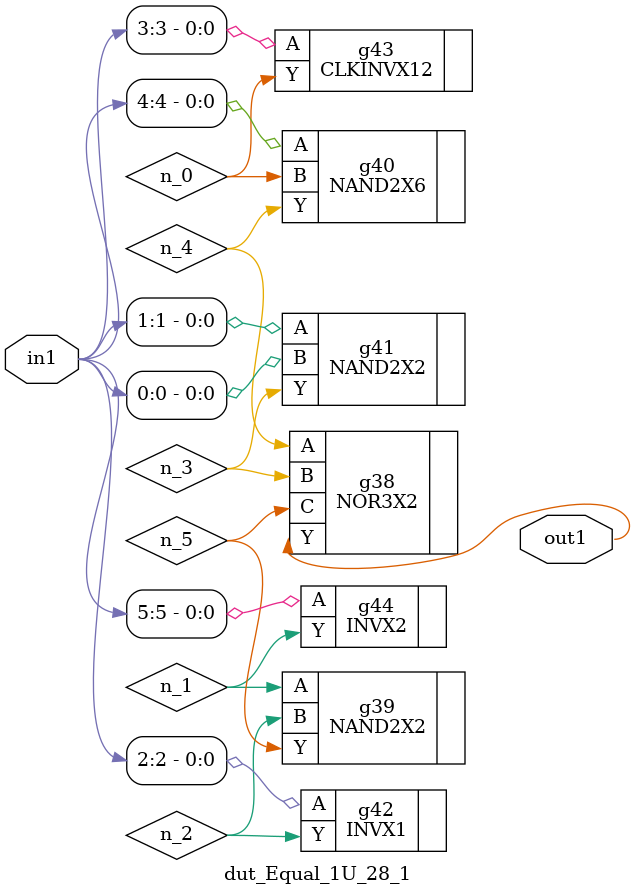
<source format=v>
`timescale 1ps / 1ps


module dut_Equal_1U_28_1(in1, out1);
  input [5:0] in1;
  output out1;
  wire [5:0] in1;
  wire out1;
  wire n_0, n_1, n_2, n_3, n_4, n_5;
  NOR3X2 g38(.A (n_4), .B (n_3), .C (n_5), .Y (out1));
  NAND2X2 g39(.A (n_1), .B (n_2), .Y (n_5));
  NAND2X6 g40(.A (in1[4]), .B (n_0), .Y (n_4));
  NAND2X2 g41(.A (in1[1]), .B (in1[0]), .Y (n_3));
  INVX1 g42(.A (in1[2]), .Y (n_2));
  INVX2 g44(.A (in1[5]), .Y (n_1));
  CLKINVX12 g43(.A (in1[3]), .Y (n_0));
endmodule



</source>
